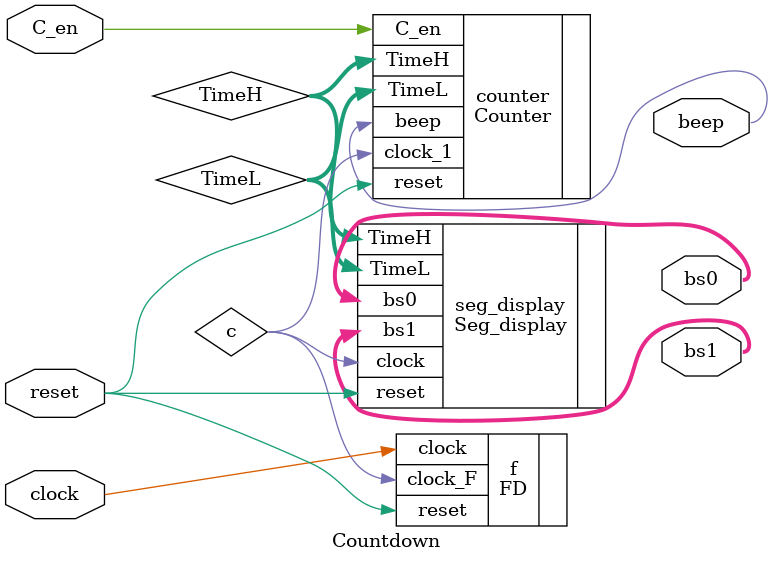
<source format=v>
/*
 * Countdown
 * ---------------------
 * For: University of Leeds
 * Date: 6th May 2021
 *
 * Description
 * ------------
 * This is a countdown IP core, which is used as a countdown when 
 * the questions are displayed to limit the contestant's answer time
 */
 
module Countdown(
clock,
reset,
beep,
bs0,
C_en,
bs1
);

 input clock;
 input reset;
 input C_en;
 output [6:0] bs0;
 output [6:0] bs1;
 output beep;
 
 wire c;
 wire [3:0] TimeL;
 wire [3:0] TimeH;

 FD f(
 .clock(clock),
 .reset(reset),
 .clock_F(c)
 );
 
 Counter counter(
 .clock_1(c),
 .reset(reset),
 .C_en(C_en),
 .TimeH(TimeH),
 .TimeL(TimeL),
 .beep(beep)
 );
 
 Seg_display seg_display(
 .clock(c),
 .reset(reset),
 .TimeH(TimeH),
 .TimeL(TimeL),
 .bs0(bs0),
 .bs1(bs1)
 );
 
 endmodule
 
</source>
